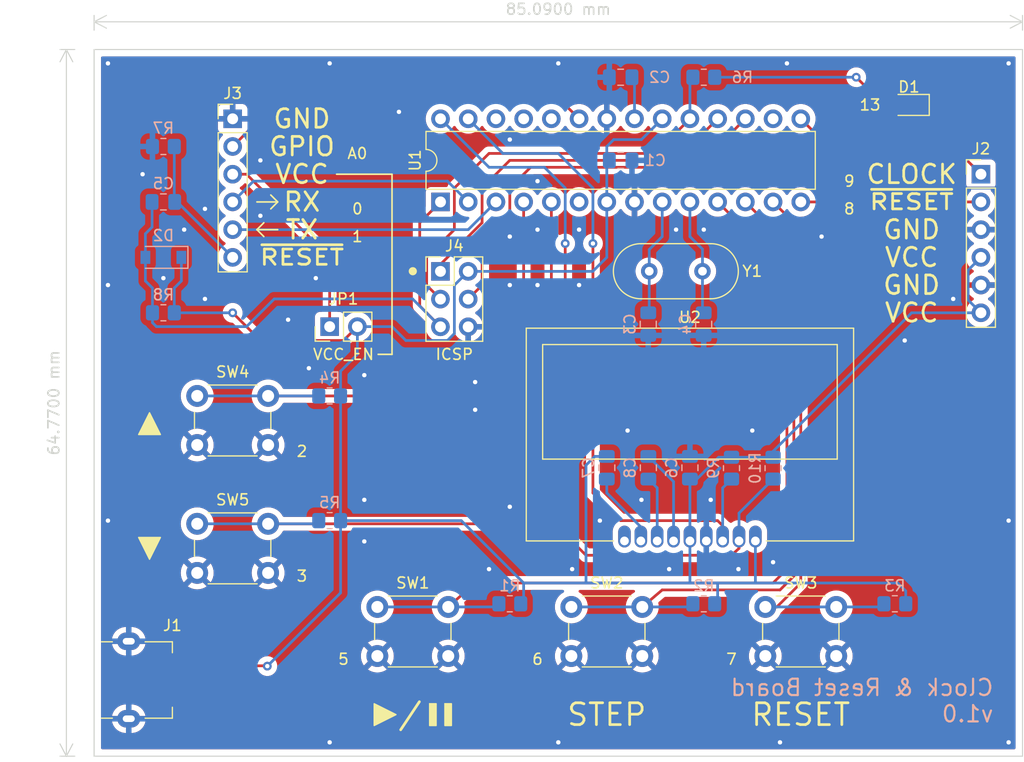
<source format=kicad_pcb>
(kicad_pcb (version 20211014) (generator pcbnew)
  (layers (0 "F.Cu" signal) (31 "B.Cu" signal) (34 "B.Paste" user) (35 "F.Paste" user) (36 "B.SilkS" user "B.Silkscreen") (37 "F.SilkS" user "F.Silkscreen") (38 "B.Mask" user) (39 "F.Mask" user) (44 "Edge.Cuts" user))
  (net 0 "")
  (net 1 "GND")
  (net 2 "VCC")
  (net 3 "Net-(C2-Pad1)")
  (net 4 "/xtal1")
  (net 5 "/xtal2")
  (net 6 "Net-(C5-Pad1)")
  (net 7 "/reset")
  (net 8 "Net-(C7-Pad2)")
  (net 9 "Net-(C8-Pad1)")
  (net 10 "Net-(C8-Pad2)")
  (net 11 "Net-(D1-Pad2)")
  (net 12 "/clk_out")
  (net 13 "/reset_out")
  (net 14 "/gpio")
  (net 15 "Net-(J3-Pad3)")
  (net 16 "/rx_in")
  (net 17 "/tx_out")
  (net 18 "/miso")
  (net 19 "/led")
  (net 20 "/mosi")
  (net 21 "/run")
  (net 22 "/step")
  (net 23 "/reset_btn")
  (net 24 "/up")
  (net 25 "/down")
  (net 26 "/sda")
  (net 27 "/scl")
  (footprint "Button_Switch_THT:SW_PUSH_6mm_H7.3mm" (layer "F.Cu") (at 136.6 104.83 180)
    (fp_text reference "SW4" (at 3.25 6.7) (layer "F.SilkS"))
    (fp_text value "white")
    (pad "1" thru_hole circle (at 0 0 270) (size 2 2) (drill 1.1) (layers *.Cu *.Mask) (net 1 "GND"))
    (pad "1" thru_hole circle (at 6.5 0 270) (size 2 2) (drill 1.1) (layers *.Cu *.Mask) (net 1 "GND"))
    (pad "2" thru_hole circle (at 6.5 4.5 270) (size 2 2) (drill 1.1) (layers *.Cu *.Mask) (net 24 "/up"))
    (pad "2" thru_hole circle (at 0 4.5 270) (size 2 2) (drill 1.1) (layers *.Cu *.Mask) (net 24 "/up"))
  )
  (footprint "Connector_PinHeader_2.54mm:PinHeader_2x03_P2.54mm_Vertical" (layer "F.Cu") (at 152.395 88.915)
    (fp_text reference "J4" (at 1.27 -2.33) (layer "F.SilkS"))
    (fp_text value "ICSP")
    (pad "1" thru_hole rect (at 0 0) (size 1.7 1.7) (drill 1) (layers *.Cu *.Mask) (net 18 "/miso"))
    (pad "2" thru_hole oval (at 2.54 0) (size 1.7 1.7) (drill 1) (layers *.Cu *.Mask) (net 2 "VCC"))
    (pad "3" thru_hole oval (at 0 2.54) (size 1.7 1.7) (drill 1) (layers *.Cu *.Mask) (net 19 "/led"))
    (pad "4" thru_hole oval (at 2.54 2.54) (size 1.7 1.7) (drill 1) (layers *.Cu *.Mask) (net 20 "/mosi"))
    (pad "5" thru_hole oval (at 0 5.08) (size 1.7 1.7) (drill 1) (layers *.Cu *.Mask) (net 7 "/reset"))
    (pad "6" thru_hole oval (at 2.54 5.08) (size 1.7 1.7) (drill 1) (layers *.Cu *.Mask) (net 1 "GND"))
  )
  (footprint "Button_Switch_THT:SW_PUSH_6mm_H7.3mm" (layer "F.Cu") (at 136.6 116.55 180)
    (fp_text reference "SW5" (at 3.25 6.7) (layer "F.SilkS"))
    (fp_text value "white")
    (pad "1" thru_hole circle (at 6.5 0 270) (size 2 2) (drill 1.1) (layers *.Cu *.Mask) (net 1 "GND"))
    (pad "1" thru_hole circle (at 0 0 270) (size 2 2) (drill 1.1) (layers *.Cu *.Mask) (net 1 "GND"))
    (pad "2" thru_hole circle (at 6.5 4.5 270) (size 2 2) (drill 1.1) (layers *.Cu *.Mask) (net 25 "/down"))
    (pad "2" thru_hole circle (at 0 4.5 270) (size 2 2) (drill 1.1) (layers *.Cu *.Mask) (net 25 "/down"))
  )
  (footprint "Crystal:Crystal_HC49-4H_Vertical" (layer "F.Cu") (at 171.53 88.9)
    (fp_text reference "Y1" (at 9.445 0) (layer "F.SilkS"))
    (fp_text value "16MHz")
    (pad "1" thru_hole circle (at 0 0) (size 1.5 1.5) (drill 0.8) (layers *.Cu *.Mask) (net 4 "/xtal1"))
    (pad "2" thru_hole circle (at 4.88 0) (size 1.5 1.5) (drill 0.8) (layers *.Cu *.Mask) (net 5 "/xtal2"))
  )
  (footprint "Connector_PinHeader_2.54mm:PinHeader_1x06_P2.54mm_Vertical" (layer "F.Cu") (at 201.93 80.01)
    (fp_text reference "J2" (at 0 -2.33) (layer "F.SilkS"))
    (fp_text value "signal_out")
    (pad "1" thru_hole rect (at 0 0) (size 1.7 1.7) (drill 1) (layers *.Cu *.Mask) (net 12 "/clk_out"))
    (pad "2" thru_hole oval (at 0 2.54) (size 1.7 1.7) (drill 1) (layers *.Cu *.Mask) (net 13 "/reset_out"))
    (pad "3" thru_hole oval (at 0 5.08) (size 1.7 1.7) (drill 1) (layers *.Cu *.Mask) (net 1 "GND"))
    (pad "4" thru_hole oval (at 0 7.62) (size 1.7 1.7) (drill 1) (layers *.Cu *.Mask) (net 2 "VCC"))
    (pad "5" thru_hole oval (at 0 10.16) (size 1.7 1.7) (drill 1) (layers *.Cu *.Mask) (net 1 "GND"))
    (pad "6" thru_hole oval (at 0 12.7) (size 1.7 1.7) (drill 1) (layers *.Cu *.Mask) (net 2 "VCC"))
  )
  (footprint "LED_SMD:LED_0805_2012Metric_Pad1.15x1.40mm_HandSolder" (layer "F.Cu") (at 195.335 73.66 180)
    (fp_text reference "D1" (at 0 1.65) (layer "F.SilkS"))
    (fp_text value "OSR50805C1C")
    (pad "1" smd roundrect (at -1.025 0 180) (size 1.15 1.4) (layers "F.Cu" "F.Paste" "F.Mask") (roundrect_rratio 0.2173913043) (net 1 "GND"))
    (pad "2" smd roundrect (at 1.025 0 180) (size 1.15 1.4) (layers "F.Cu" "F.Paste" "F.Mask") (roundrect_rratio 0.2173913043) (net 11 "Net-(D1-Pad2)"))
  )
  (footprint "PrjLibrary:Triangle" (layer "F.Cu") (at 147.32 129.54)
    (fp_text reference "REF**" hide)
    (fp_text value "Triangle" hide)
  )
  (footprint "Connector_PinHeader_2.54mm:PinHeader_1x06_P2.54mm_Vertical" (layer "F.Cu") (at 133.35 74.93)
    (fp_text reference "J3" (at 0 -2.33) (layer "F.SilkS"))
    (fp_text value "uart_conn")
    (pad "1" thru_hole rect (at 0 0) (size 1.7 1.7) (drill 1) (layers *.Cu *.Mask) (net 1 "GND"))
    (pad "2" thru_hole oval (at 0 2.54) (size 1.7 1.7) (drill 1) (layers *.Cu *.Mask) (net 14 "/gpio"))
    (pad "3" thru_hole oval (at 0 5.08) (size 1.7 1.7) (drill 1) (layers *.Cu *.Mask) (net 15 "Net-(J3-Pad3)"))
    (pad "4" thru_hole oval (at 0 7.62) (size 1.7 1.7) (drill 1) (layers *.Cu *.Mask) (net 16 "/rx_in"))
    (pad "5" thru_hole oval (at 0 10.16) (size 1.7 1.7) (drill 1) (layers *.Cu *.Mask) (net 17 "/tx_out"))
    (pad "6" thru_hole oval (at 0 12.7) (size 1.7 1.7) (drill 1) (layers *.Cu *.Mask) (net 6 "Net-(C5-Pad1)"))
  )
  (footprint "MyLibrary:AQM0802A-RN-GBW" (layer "F.Cu") (at 169.26 113.62)
    (fp_text reference "U2" (at 6 -20.5 unlocked) (layer "F.SilkS"))
    (fp_text value "AQM0802A")
    (pad "1" thru_hole oval (at 0 0) (size 1.15 2) (drill 0.8 (offset 0 -0.4)) (layers *.Cu *.Mask))
    (pad "2" thru_hole oval (at 1.5 0) (size 1.15 2) (drill 0.8 (offset 0 -0.4)) (layers *.Cu *.Mask) (net 8 "Net-(C7-Pad2)"))
    (pad "3" thru_hole oval (at 3 0) (size 1.15 2) (drill 0.8 (offset 0 -0.4)) (layers *.Cu *.Mask) (net 9 "Net-(C8-Pad1)"))
    (pad "4" thru_hole oval (at 4.5 0) (size 1.15 2) (drill 0.8 (offset 0 -0.4)) (layers *.Cu *.Mask) (net 10 "Net-(C8-Pad2)"))
    (pad "5" thru_hole oval (at 6 0) (size 1.15 2) (drill 0.8 (offset 0 -0.4)) (layers *.Cu *.Mask) (net 2 "VCC"))
    (pad "6" thru_hole oval (at 7.5 0) (size 1.15 2) (drill 0.8 (offset 0 -0.4)) (layers *.Cu *.Mask) (net 1 "GND"))
    (pad "7" thru_hole oval (at 9 0) (size 1.15 2) (drill 0.8 (offset 0 -0.4)) (layers *.Cu *.Mask) (net 26 "/sda"))
    (pad "8" thru_hole oval (at 10.5 0) (size 1.15 2) (drill 0.8 (offset 0 -0.4)) (layers *.Cu *.Mask) (net 27 "/scl"))
    (pad "9" thru_hole oval (at 12 0) (size 1.15 2) (drill 0.8 (offset 0 -0.4)) (layers *.Cu *.Mask) (net 2 "VCC"))
  )
  (footprint "Button_Switch_THT:SW_PUSH_6mm_H7.3mm" (layer "F.Cu") (at 188.67 124.17 180)
    (fp_text reference "SW3" (at 3.25 6.7) (layer "F.SilkS"))
    (fp_text value "red")
    (pad "1" thru_hole circle (at 0 0 270) (size 2 2) (drill 1.1) (layers *.Cu *.Mask) (net 1 "GND"))
    (pad "1" thru_hole circle (at 6.5 0 270) (size 2 2) (drill 1.1) (layers *.Cu *.Mask) (net 1 "GND"))
    (pad "2" thru_hole circle (at 6.5 4.5 270) (size 2 2) (drill 1.1) (layers *.Cu *.Mask) (net 23 "/reset_btn"))
    (pad "2" thru_hole circle (at 0 4.5 270) (size 2 2) (drill 1.1) (layers *.Cu *.Mask) (net 23 "/reset_btn"))
  )
  (footprint "MyLibrary:USB-MicroB-power" (layer "F.Cu") (at 123.825 126.365 -90)
    (fp_text reference "J1" (at -5 -4 unlocked) (layer "F.SilkS"))
    (fp_text value "USB-MicroB-power")
    (pad "1" smd rect (at -1.3 -5.9 270) (size 0.9 4.5) (layers "F.Cu" "F.Paste" "F.Mask") (net 2 "VCC"))
    (pad "5" smd rect (at 1.3 -5.9 270) (size 0.9 4.5) (layers "F.Cu" "F.Paste" "F.Mask") (net 1 "GND"))
    (pad "6" thru_hole oval (at 3.55 0 270) (size 1.6 2.1) (drill oval 0.6 1.1) (layers *.Cu *.Mask) (net 1 "GND"))
    (pad "6" thru_hole oval (at -3.55 0 270) (size 1.6 2.1) (drill oval 0.6 1.1) (layers *.Cu *.Mask) (net 1 "GND"))
  )
  (footprint "PrjLibrary:Triangle" (layer "F.Cu") (at 125.73 114.3 -90)
    (fp_text reference "REF**" hide)
    (fp_text value "Triangle" hide)
  )
  (footprint "ModifiedKiCadLibrary:DIP-28_W7.62mm-D1mm" (layer "F.Cu") (at 152.4 82.55 90)
    (fp_text reference "U1" (at 3.81 -2.33 90) (layer "F.SilkS"))
    (fp_text value "ATmega328P-P")
    (pad "1" thru_hole rect (at 0 0 90) (size 1.7 1.7) (drill 1) (layers *.Cu *.Mask) (net 7 "/reset"))
    (pad "2" thru_hole oval (at 0 2.54 90) (size 1.7 1.7) (drill 1) (layers *.Cu *.Mask) (net 16 "/rx_in"))
    (pad "3" thru_hole oval (at 0 5.08 90) (size 1.7 1.7) (drill 1) (layers *.Cu *.Mask) (net 17 "/tx_out"))
    (pad "4" thru_hole oval (at 0 7.62 90) (size 1.7 1.7) (drill 1) (layers *.Cu *.Mask) (net 24 "/up"))
    (pad "5" thru_hole oval (at 0 10.16 90) (size 1.7 1.7) (drill 1) (layers *.Cu *.Mask) (net 25 "/down"))
    (pad "6" thru_hole oval (at 0 12.7 90) (size 1.7 1.7) (drill 1) (layers *.Cu *.Mask))
    (pad "7" thru_hole oval (at 0 15.24 90) (size 1.7 1.7) (drill 1) (layers *.Cu *.Mask) (net 2 "VCC"))
    (pad "8" thru_hole oval (at 0 17.78 90) (size 1.7 1.7) (drill 1) (layers *.Cu *.Mask) (net 1 "GND"))
    (pad "9" thru_hole oval (at 0 20.32 90) (size 1.7 1.7) (drill 1) (layers *.Cu *.Mask) (net 4 "/xtal1"))
    (pad "10" thru_hole oval (at 0 22.86 90) (size 1.7 1.7) (drill 1) (layers *.Cu *.Mask) (net 5 "/xtal2"))
    (pad "11" thru_hole oval (at 0 25.4 90) (size 1.7 1.7) (drill 1) (layers *.Cu *.Mask) (net 21 "/run"))
    (pad "12" thru_hole oval (at 0 27.94 90) (size 1.7 1.7) (drill 1) (layers *.Cu *.Mask) (net 22 "/step"))
    (pad "13" thru_hole oval (at 0 30.48 90) (size 1.7 1.7) (drill 1) (layers *.Cu *.Mask) (net 23 "/reset_btn"))
    (pad "14" thru_hole oval (at 0 33.02 90) (size 1.7 1.7) (drill 1) (layers *.Cu *.Mask) (net 13 "/reset_out"))
    (pad "15" thru_hole oval (at 7.62 33.02 90) (size 1.7 1.7) (drill 1) (layers *.Cu *.Mask) (net 12 "/clk_out"))
    (pad "16" thru_hole oval (at 7.62 30.48 90) (size 1.7 1.7) (drill 1) (layers *.Cu *.Mask))
    (pad "17" thru_hole oval (at 7.62 27.94 90) (size 1.7 1.7) (drill 1) (layers *.Cu *.Mask) (net 20 "/mosi"))
    (pad "18" thru_hole oval (at 7.62 25.4 90) (size 1.7 1.7) (drill 1) (layers *.Cu *.Mask) (net 18 "/miso"))
    (pad "19" thru_hole oval (at 7.62 22.86 90) (size 1.7 1.7) (drill 1) (layers *.Cu *.Mask) (net 19 "/led"))
    (pad "20" thru_hole oval (at 7.62 20.32 90) (size 1.7 1.7) (drill 1) (layers *.Cu *.Mask) (net 2 "VCC"))
    (pad "21" thru_hole oval (at 7.62 17.78 90) (size 1.7 1.7) (drill 1) (layers *.Cu *.Mask) (net 3 "Net-(C2-Pad1)"))
    (pad "22" thru_hole oval (at 7.62 15.24 90) (size 1.7 1.7) (drill 1) (layers *.Cu *.Mask) (net 1 "GND"))
    (pad "23" thru_hole oval (at 7.62 12.7 90) (size 1.7 1.7) (drill 1) (layers *.Cu *.Mask) (net 14 "/gpio"))
    (pad "24" thru_hole oval (at 7.62 10.16 90) (size 1.7 1.7) (drill 1) (layers *.Cu *.Mask))
    (pad "25" thru_hole oval (at 7.62 7.62 90) (size 1.7 1.7) (drill 1) (layers *.Cu *.Mask))
    (pad "26" thru_hole oval (at 7.62 5.08 90) (size 1.7 1.7) (drill 1) (layers *.Cu *.Mask))
    (pad "27" thru_hole oval (at 7.62 2.54 90) (size 1.7 1.7) (drill 1) (layers *.Cu *.Mask) (net 26 "/sda"))
    (pad "28" thru_hole oval (at 7.62 0 90) (size 1.7 1.7) (drill 1) (layers *.Cu *.Mask) (net 27 "/scl"))
  )
  (footprint "Button_Switch_THT:SW_PUSH_6mm_H7.3mm" (layer "F.Cu") (at 170.89 124.17 180)
    (fp_text reference "SW2" (at 3.25 6.7) (layer "F.SilkS"))
    (fp_text value "yellow")
    (pad "1" thru_hole circle (at 0 0 270) (size 2 2) (drill 1.1) (layers *.Cu *.Mask) (net 1 "GND"))
    (pad "1" thru_hole circle (at 6.5 0 270) (size 2 2) (drill 1.1) (layers *.Cu *.Mask) (net 1 "GND"))
    (pad "2" thru_hole circle (at 0 4.5 270) (size 2 2) (drill 1.1) (layers *.Cu *.Mask) (net 22 "/step"))
    (pad "2" thru_hole circle (at 6.5 4.5 270) (size 2 2) (drill 1.1) (layers *.Cu *.Mask) (net 22 "/step"))
  )
  (footprint "PrjLibrary:Triangle" (layer "F.Cu") (at 125.73 102.87 90)
    (fp_text reference "REF**" hide)
    (fp_text value "Triangle" hide)
  )
  (footprint "Button_Switch_THT:SW_PUSH_6mm_H7.3mm" (layer "F.Cu") (at 153.11 124.17 180)
    (fp_text reference "SW1" (at 3.25 6.7) (layer "F.SilkS"))
    (fp_text value "green")
    (pad "1" thru_hole circle (at 0 0 270) (size 2 2) (drill 1.1) (layers *.Cu *.Mask) (net 1 "GND"))
    (pad "1" thru_hole circle (at 6.5 0 270) (size 2 2) (drill 1.1) (layers *.Cu *.Mask) (net 1 "GND"))
    (pad "2" thru_hole circle (at 0 4.5 270) (size 2 2) (drill 1.1) (layers *.Cu *.Mask) (net 21 "/run"))
    (pad "2" thru_hole circle (at 6.5 4.5 270) (size 2 2) (drill 1.1) (layers *.Cu *.Mask) (net 21 "/run"))
  )
  (footprint "PrjLibrary:Pause" (layer "F.Cu") (at 152.4 129.54)
    (fp_text reference "REF**" hide)
    (fp_text value "Pause" hide)
  )
  (footprint "Connector_PinHeader_2.54mm:PinHeader_1x02_P2.54mm_Vertical" (layer "F.Cu") (at 142.24 93.98 90)
    (fp_text reference "JP1" (at 2.54 1.27 180) (layer "F.SilkS"))
    (fp_text value "Jumper_2_Open")
    (pad "1" thru_hole rect (at 0 0 90) (size 1.7 1.7) (drill 1) (layers *.Cu *.Mask) (net 15 "Net-(J3-Pad3)"))
    (pad "2" thru_hole oval (at 0 2.54 90) (size 1.7 1.7) (drill 1) (layers *.Cu *.Mask) (net 2 "VCC"))
  )
  (footprint "Diode_SMD:D_SOD-123" (layer "B.Cu") (at 127 87.63 180)
    (fp_text reference "D2" (at 0 2) (layer "B.SilkS") (effects (justify mirror)))
    (fp_text value "1N4148W")
    (pad "1" smd rect (at -1.65 0 180) (size 0.9 1.2) (layers "B.Cu" "B.Paste" "B.Mask") (net 2 "VCC"))
    (pad "2" smd rect (at 1.65 0 180) (size 0.9 1.2) (layers "B.Cu" "B.Paste" "B.Mask") (net 7 "/reset"))
  )
  (footprint "Capacitor_SMD:C_0805_2012Metric_Pad1.18x1.45mm_HandSolder" (layer "B.Cu") (at 171.45 106.9125 90)
    (fp_text reference "C8" (at 0 -1.68 90) (layer "B.SilkS") (effects (justify mirror)))
    (fp_text value "1u")
    (pad "1" smd roundrect (at -1.0375 0 90) (size 1.175 1.45) (layers "B.Cu" "B.Paste" "B.Mask") (roundrect_rratio 0.2127659574) (net 9 "Net-(C8-Pad1)"))
    (pad "2" smd roundrect (at 1.0375 0 90) (size 1.175 1.45) (layers "B.Cu" "B.Paste" "B.Mask") (roundrect_rratio 0.2127659574) (net 10 "Net-(C8-Pad2)"))
  )
  (footprint "Resistor_SMD:R_0805_2012Metric_Pad1.20x1.40mm_HandSolder" (layer "B.Cu") (at 176.53 119.38 180)
    (fp_text reference "R2" (at 0 1.65) (layer "B.SilkS") (effects (justify mirror)))
    (fp_text value "10k")
    (pad "1" smd roundrect (at -1 0 180) (size 1.2 1.4) (layers "B.Cu" "B.Paste" "B.Mask") (roundrect_rratio 0.2083333333) (net 2 "VCC"))
    (pad "2" smd roundrect (at 1 0 180) (size 1.2 1.4) (layers "B.Cu" "B.Paste" "B.Mask") (roundrect_rratio 0.2083333333) (net 22 "/step"))
  )
  (footprint "Capacitor_SMD:C_0805_2012Metric_Pad1.18x1.45mm_HandSolder" (layer "B.Cu") (at 167.64 106.9125 -90)
    (fp_text reference "C7" (at 0 1.68 90) (layer "B.SilkS") (effects (justify mirror)))
    (fp_text value "1u")
    (pad "1" smd roundrect (at -1.0375 0 270) (size 1.175 1.45) (layers "B.Cu" "B.Paste" "B.Mask") (roundrect_rratio 0.2127659574) (net 2 "VCC"))
    (pad "2" smd roundrect (at 1.0375 0 270) (size 1.175 1.45) (layers "B.Cu" "B.Paste" "B.Mask") (roundrect_rratio 0.2127659574) (net 8 "Net-(C7-Pad2)"))
  )
  (footprint "Capacitor_SMD:C_0805_2012Metric_Pad1.18x1.45mm_HandSolder" (layer "B.Cu") (at 127 82.55 180)
    (fp_text reference "C5" (at 0 1.68) (layer "B.SilkS") (effects (justify mirror)))
    (fp_text value "0.1u")
    (pad "1" smd roundrect (at -1.0375 0 180) (size 1.175 1.45) (layers "B.Cu" "B.Paste" "B.Mask") (roundrect_rratio 0.2127659574) (net 6 "Net-(C5-Pad1)"))
    (pad "2" smd roundrect (at 1.0375 0 180) (size 1.175 1.45) (layers "B.Cu" "B.Paste" "B.Mask") (roundrect_rratio 0.2127659574) (net 7 "/reset"))
  )
  (footprint "Resistor_SMD:R_0805_2012Metric_Pad1.20x1.40mm_HandSolder" (layer "B.Cu") (at 158.75 119.38 180)
    (fp_text reference "R1" (at 0 1.65) (layer "B.SilkS") (effects (justify mirror)))
    (fp_text value "10k")
    (pad "1" smd roundrect (at -1 0 180) (size 1.2 1.4) (layers "B.Cu" "B.Paste" "B.Mask") (roundrect_rratio 0.2083333333) (net 2 "VCC"))
    (pad "2" smd roundrect (at 1 0 180) (size 1.2 1.4) (layers "B.Cu" "B.Paste" "B.Mask") (roundrect_rratio 0.2083333333) (net 21 "/run"))
  )
  (footprint "Capacitor_SMD:C_0805_2012Metric_Pad1.18x1.45mm_HandSolder" (layer "B.Cu") (at 168.91 71.12 180)
    (fp_text reference "C2" (at -3.5775 0) (layer "B.SilkS") (effects (justify mirror)))
    (fp_text value "0.1u")
    (pad "1" smd roundrect (at -1.0375 0 180) (size 1.175 1.45) (layers "B.Cu" "B.Paste" "B.Mask") (roundrect_rratio 0.2127659574) (net 3 "Net-(C2-Pad1)"))
    (pad "2" smd roundrect (at 1.0375 0 180) (size 1.175 1.45) (layers "B.Cu" "B.Paste" "B.Mask") (roundrect_rratio 0.2127659574) (net 1 "GND"))
  )
  (footprint "Resistor_SMD:R_0805_2012Metric_Pad1.20x1.40mm_HandSolder" (layer "B.Cu") (at 182.88 106.95 -90)
    (fp_text reference "R10" (at 0 1.65 90) (layer "B.SilkS") (effects (justify mirror)))
    (fp_text value "10k")
    (pad "1" smd roundrect (at -1 0 270) (size 1.2 1.4) (layers "B.Cu" "B.Paste" "B.Mask") (roundrect_rratio 0.2083333333) (net 2 "VCC"))
    (pad "2" smd roundrect (at 1 0 270) (size 1.2 1.4) (layers "B.Cu" "B.Paste" "B.Mask") (roundrect_rratio 0.2083333333) (net 27 "/scl"))
  )
  (footprint "Resistor_SMD:R_0805_2012Metric_Pad1.20x1.40mm_HandSolder" (layer "B.Cu") (at 179.07 106.95 -90)
    (fp_text reference "R9" (at 0 1.65 90) (layer "B.SilkS") (effects (justify mirror)))
    (fp_text value "10k")
    (pad "1" smd roundrect (at -1 0 270) (size 1.2 1.4) (layers "B.Cu" "B.Paste" "B.Mask") (roundrect_rratio 0.2083333333) (net 2 "VCC"))
    (pad "2" smd roundrect (at 1 0 270) (size 1.2 1.4) (layers "B.Cu" "B.Paste" "B.Mask") (roundrect_rratio 0.2083333333) (net 26 "/sda"))
  )
  (footprint "Capacitor_SMD:C_0805_2012Metric_Pad1.18x1.45mm_HandSolder" (layer "B.Cu") (at 168.91 78.74 180)
    (fp_text reference "C1" (at -3.175 0) (layer "B.SilkS") (effects (justify mirror)))
    (fp_text value "0.1u")
    (pad "1" smd roundrect (at -1.0375 0 180) (size 1.175 1.45) (layers "B.Cu" "B.Paste" "B.Mask") (roundrect_rratio 0.2127659574) (net 1 "GND"))
    (pad "2" smd roundrect (at 1.0375 0 180) (size 1.175 1.45) (layers "B.Cu" "B.Paste" "B.Mask") (roundrect_rratio 0.2127659574) (net 2 "VCC"))
  )
  (footprint "Resistor_SMD:R_0805_2012Metric_Pad1.20x1.40mm_HandSolder" (layer "B.Cu") (at 127 77.47 180)
    (fp_text reference "R7" (at 0 1.68 180) (layer "B.SilkS") (effects (justify mirror)))
    (fp_text value "10k")
    (pad "1" smd roundrect (at -1 0 180) (size 1.2 1.4) (layers "B.Cu" "B.Paste" "B.Mask") (roundrect_rratio 0.2083333333) (net 6 "Net-(C5-Pad1)"))
    (pad "2" smd roundrect (at 1 0 180) (size 1.2 1.4) (layers "B.Cu" "B.Paste" "B.Mask") (roundrect_rratio 0.2083333333) (net 1 "GND"))
  )
  (footprint "Resistor_SMD:R_0805_2012Metric_Pad1.20x1.40mm_HandSolder" (layer "B.Cu") (at 176.53 71.12)
    (fp_text reference "R6" (at 3.54 0) (layer "B.SilkS") (effects (justify mirror)))
    (fp_text value "3.9k")
    (pad "1" smd roundrect (at -1 0) (size 1.2 1.4) (layers "B.Cu" "B.Paste" "B.Mask") (roundrect_rratio 0.2083333333) (net 19 "/led"))
    (pad "2" smd roundrect (at 1 0) (size 1.2 1.4) (layers "B.Cu" "B.Paste" "B.Mask") (roundrect_rratio 0.2083333333) (net 11 "Net-(D1-Pad2)"))
  )
  (footprint "Capacitor_SMD:C_0805_2012Metric_Pad1.18x1.45mm_HandSolder" (layer "B.Cu") (at 171.44 93.7475 -90)
    (fp_text reference "C3" (at 0 1.68 90) (layer "B.SilkS") (effects (justify mirror)))
    (fp_text value "22p")
    (pad "1" smd roundrect (at -1.0375 0 270) (size 1.175 1.45) (layers "B.Cu" "B.Paste" "B.Mask") (roundrect_rratio 0.2127659574) (net 4 "/xtal1"))
    (pad "2" smd roundrect (at 1.0375 0 270) (size 1.175 1.45) (layers "B.Cu" "B.Paste" "B.Mask") (roundrect_rratio 0.2127659574) (net 1 "GND"))
  )
  (footprint "Resistor_SMD:R_0805_2012Metric_Pad1.20x1.40mm_HandSolder" (layer "B.Cu") (at 194.04 119.38 180)
    (fp_text reference "R3" (at 0 1.65) (layer "B.SilkS") (effects (justify mirror)))
    (fp_text value "10k")
    (pad "1" smd roundrect (at -1 0 180) (size 1.2 1.4) (layers "B.Cu" "B.Paste" "B.Mask") (roundrect_rratio 0.2083333333) (net 2 "VCC"))
    (pad "2" smd roundrect (at 1 0 180) (size 1.2 1.4) (layers "B.Cu" "B.Paste" "B.Mask") (roundrect_rratio 0.2083333333) (net 23 "/reset_btn"))
  )
  (footprint "Resistor_SMD:R_0805_2012Metric_Pad1.20x1.40mm_HandSolder" (layer "B.Cu") (at 142.24 100.33 180)
    (fp_text reference "R4" (at 0 1.65) (layer "B.SilkS") (effects (justify mirror)))
    (fp_text value "10k")
    (pad "1" smd roundrect (at -1 0 180) (size 1.2 1.4) (layers "B.Cu" "B.Paste" "B.Mask") (roundrect_rratio 0.2083333333) (net 2 "VCC"))
    (pad "2" smd roundrect (at 1 0 180) (size 1.2 1.4) (layers "B.Cu" "B.Paste" "B.Mask") (roundrect_rratio 0.2083333333) (net 24 "/up"))
  )
  (footprint "Capacitor_SMD:C_0805_2012Metric_Pad1.18x1.45mm_HandSolder" (layer "B.Cu") (at 176.52 93.7475 -90)
    (fp_text reference "C4" (at 0 1.68 90) (layer "B.SilkS") (effects (justify mirror)))
    (fp_text value "22p")
    (pad "1" smd roundrect (at -1.0375 0 270) (size 1.175 1.45) (layers "B.Cu" "B.Paste" "B.Mask") (roundrect_rratio 0.2127659574) (net 5 "/xtal2"))
    (pad "2" smd roundrect (at 1.0375 0 270) (size 1.175 1.45) (layers "B.Cu" "B.Paste" "B.Mask") (roundrect_rratio 0.2127659574) (net 1 "GND"))
  )
  (footprint "Capacitor_SMD:C_0805_2012Metric_Pad1.18x1.45mm_HandSolder" (layer "B.Cu") (at 175.26 106.9125 -90)
    (fp_text reference "C6" (at 0 1.68 90) (layer "B.SilkS") (effects (justify mirror)))
    (fp_text value "0.1u")
    (pad "1" smd roundrect (at -1.0375 0 270) (size 1.175 1.45) (layers "B.Cu" "B.Paste" "B.Mask") (roundrect_rratio 0.2127659574) (net 1 "GND"))
    (pad "2" smd roundrect (at 1.0375 0 270) (size 1.175 1.45) (layers "B.Cu" "B.Paste" "B.Mask") (roundrect_rratio 0.2127659574) (net 2 "VCC"))
  )
  (footprint "Resistor_SMD:R_0805_2012Metric_Pad1.20x1.40mm_HandSolder" (layer "B.Cu") (at 127 92.71 180)
    (fp_text reference "R8" (at 0 1.65) (layer "B.SilkS") (effects (justify mirror)))
    (fp_text value "10k")
    (pad "1" smd roundrect (at -1 0 180) (size 1.2 1.4) (layers "B.Cu" "B.Paste" "B.Mask") (roundrect_rratio 0.2083333333) (net 2 "VCC"))
    (pad "2" smd roundrect (at 1 0 180) (size 1.2 1.4) (layers "B.Cu" "B.Paste" "B.Mask") (roundrect_rratio 0.2083333333) (net 7 "/reset"))
  )
  (footprint "Resistor_SMD:R_0805_2012Metric_Pad1.20x1.40mm_HandSolder" (layer "B.Cu") (at 142.24 111.76 180)
    (fp_text reference "R5" (at 0 1.65) (layer "B.SilkS") (effects (justify mirror)))
    (fp_text value "10k")
    (pad "1" smd roundrect (at -1 0 180) (size 1.2 1.4) (layers "B.Cu" "B.Paste" "B.Mask") (roundrect_rratio 0.2083333333) (net 2 "VCC"))
    (pad "2" smd roundrect (at 1 0 180) (size 1.2 1.4) (layers "B.Cu" "B.Paste" "B.Mask") (roundrect_rratio 0.2083333333) (net 25 "/down"))
  )
  (gr_line (start 136.2075 85.725) (end 135.5725 85.09) (layer "F.SilkS") (width 0.15))
  (gr_line (start 147.955 96.52) (end 146.685 96.52) (layer "F.SilkS") (width 0.15))
  (gr_line (start 142.875 80.01) (end 147.955 80.01) (layer "F.SilkS") (width 0.15))
  (gr_line (start 137.4775 82.55) (end 136.8425 81.915) (layer "F.SilkS") (width 0.15))
  (gr_line (start 136.2075 84.455) (end 135.5725 85.09) (layer "F.SilkS") (width 0.15))
  (gr_line (start 137.4775 85.09) (end 135.5725 85.09) (layer "F.SilkS") (width 0.15))
  (gr_circle (center 149.86 88.9) (end 150.16 88.9) (layer "F.SilkS") (width 0.15) (fill solid))
  (gr_line (start 137.4775 82.55) (end 135.5725 82.55) (layer "F.SilkS") (width 0.15))
  (gr_line (start 137.4775 82.55) (end 136.8425 83.185) (layer "F.SilkS") (width 0.15))
  (gr_line (start 147.955 80.01) (end 147.955 96.52) (layer "F.SilkS") (width 0.15))
  (gr_line (start 205.74 68.58) (end 205.74 133.35) (layer "Edge.Cuts") (width 0.1))
  (gr_line (start 205.74 68.58) (end 120.65 68.58) (layer "Edge.Cuts") (width 0.1))
  (gr_line (start 205.74 133.35) (end 120.65 133.35) (layer "Edge.Cuts") (width 0.1))
  (gr_line (start 120.65 68.58) (end 120.65 133.35) (layer "Edge.Cuts") (width 0.1))
  (gr_text "Clock & Reset Board\nv1.0" (at 203.2 128.27) (layer "B.SilkS") (effects (font (size 1.5 1.5) (thickness 0.2)) (justify left mirror)))
  (gr_text "CLOCK" (at 195.58 80.01) (layer "F.SilkS") (effects (font (size 1.7 1.7) (thickness 0.25))))
  (gr_text "VCC" (at 195.58 87.63) (layer "F.SilkS") (effects (font (size 1.7 1.7) (thickness 0.25))))
  (gr_text "ICSP" (at 153.67 96.52) (layer "F.SilkS") (effects (font (size 1 1))))
  (gr_text "1" (at 144.78 85.725) (layer "F.SilkS") (effects (font (size 1 1))))
  (gr_text "RESET" (at 185.42 129.54) (layer "F.SilkS") (effects (font (size 2 2) (thickness 0.25))))
  (gr_text "VCC" (at 139.7 80.01) (layer "F.SilkS") (effects (font (size 1.7 1.7) (thickness 0.25))))
  (gr_text "A0" (at 144.78 78.105) (layer "F.SilkS") (effects (font (size 1 1))))
  (gr_text "3" (at 139.7 116.84) (layer "F.SilkS") (effects (font (size 1 1))))
  (gr_text "5" (at 143.51 124.46) (layer "F.SilkS") (effects (font (size 1 1))))
  (gr_text "STEP" (at 167.64 129.54) (layer "F.SilkS") (effects (font (size 2 2) (thickness 0.25))))
  (gr_text "13" (at 191.77 73.66) (layer "F.SilkS") (effects (font (size 1 1))))
  (gr_text "TX" (at 139.7 85.09) (layer "F.SilkS") (effects (font (size 1.7 1.7) (thickness 0.26))))
  (gr_text "7" (at 179.07 124.46) (layer "F.SilkS") (effects (font (size 1 1))))
  (gr_text "0" (at 144.78 83.185) (layer "F.SilkS") (effects (font (size 1 1))))
  (gr_text "2" (at 139.7 105.41) (layer "F.SilkS") (effects (font (size 1 1))))
  (gr_text "VCC" (at 195.58 92.71) (layer "F.SilkS") (effects (font (size 1.7 1.7) (thickness 0.25))))
  (gr_text "~{RESET}" (at 139.7 87.63) (layer "F.SilkS") (effects (font (size 1.4 1.7) (thickness 0.25))))
  (gr_text "~{RESET}" (at 195.58 82.55) (layer "F.SilkS") (effects (font (size 1.4 1.7) (thickness 0.25))))
  (gr_text "GPIO" (at 139.7 77.47) (layer "F.SilkS") (effects (font (size 1.7 1.7) (thickness 0.25))))
  (gr_text "9" (at 189.865 80.645) (layer "F.SilkS") (effects (font (size 1 1))))
  (gr_text "GND" (at 195.58 85.09) (layer "F.SilkS") (effects (font (size 1.7 1.7) (thickness 0.25))))
  (gr_text "GND" (at 195.58 90.17) (layer "F.SilkS") (effects (font (size 1.7 1.7) (thickness 0.25))))
  (gr_text "6" (at 161.29 124.46) (layer "F.SilkS") (effects (font (size 1 1))))
  (gr_text "VCC_EN" (at 143.51 96.52) (layer "F.SilkS") (effects (font (size 1 1))))
  (gr_text "8" (at 189.865 83.185) (layer "F.SilkS") (effects (font (size 1 1))))
  (gr_text "RX" (at 139.7 82.55) (layer "F.SilkS") (effects (font (size 1.7 1.7) (thickness 0.25))))
  (gr_text "/" (at 149.606 129.54) (layer "F.SilkS") (effects (font (size 2 2) (thickness 0.25))))
  (gr_text "GND" (at 139.7 74.93) (layer "F.SilkS") (effects (font (size 1.7 1.7) (thickness 0.25))))
  (dimension (type aligned) (layer "Edge.Cuts") (pts (xy 120.65 67.31) (xy 205.74 67.31)) (height -1.27) (gr_text "85.0900 mm" (at 163.195 64.89) (layer "Edge.Cuts") (effects (font (size 1 1) (thickness 0.15)))) (format (units 3) (units_format 1) (precision 4)) (style (thickness 0.1) (arrow_length 1.27) (text_position_mode 0) (extension_height 0.58642) (extension_offset 0.5) keep_text_aligned))
  (dimension (type aligned) (layer "Edge.Cuts") (pts (xy 119.38 68.58) (xy 119.38 133.35)) (height 1.27) (gr_text "64.7700 mm" (at 116.96 100.965 90) (layer "Edge.Cuts") (effects (font (size 1 1) (thickness 0.15)))) (format (units 3) (units_format 1) (precision 4)) (style (thickness 0.1) (arrow_length 1.27) (text_position_mode 0) (extension_height 0.58642) (extension_offset 0.5) keep_text_aligned))
  (segment (start 203.835 85.09) (end 203.835 81.28) (width 0.25) (layer "F.Cu") (net 1))
  (segment (start 201.93 85.09) (end 203.835 85.09) (width 0.25) (layer "F.Cu") (net 1))
  (segment (start 203.835 81.28) (end 200.025 81.28) (width 0.25) (layer "F.Cu") (net 1))
  (via (at 140.97 89.535) (size 0.8) (drill 0.4) (layers "F.Cu" "B.Cu") (net 1))
  (via (at 179.705 116.205) (size 0.8) (drill 0.4) (layers "F.Cu" "B.Cu") (net 1))
  (via (at 156.845 116.205) (size 0.8) (drill 0.4) (layers "F.Cu" "B.Cu") (net 1))
  (via (at 199.39 91.44) (size 0.8) (drill 0.4) (layers "F.Cu" "B.Cu") (net 1))
  (via (at 161.29 85.09) (size 0.8) (drill 0.4) (layers "F.Cu" "B.Cu") (net 1))
  (via (at 161.29 80.645) (size 0.8) (drill 0.4) (layers "F.Cu" "B.Cu") (net 1))
  (via (at 173.355 116.205) (size 0.8) (drill 0.4) (layers "F.Cu" "B.Cu") (net 1))
  (via (at 164.465 116.205) (size 0.8) (drill 0.4) (layers "F.Cu" "B.Cu") (net 1))
  (via (at 130.81 91.44) (size 0.8) (drill 0.4) (layers "F.Cu" "B.Cu") (net 1))
  (via (at 184.15 69.85) (size 0.8) (drill 0.4) (layers "F.Cu" "B.Cu") (net 1))
  (via (at 140.335 97.79) (size 0.8) (drill 0.4) (layers "F.Cu" "B.Cu") (net 1))
  (via (at 145.415 98.425) (size 0.8) (drill 0.4) (layers "F.Cu" "B.Cu") (net 1))
  (via (at 121.92 111.76) (size 0.8) (drill 0.4) (layers "F.Cu" "B.Cu") (net 1))
  (via (at 145.415 109.855) (size 0.8) (drill 0.4) (layers "F.Cu" "B.Cu") (net 1))
  (via (at 138.43 93.345) (size 0.8) (drill 0.4) (layers "F.Cu" "B.Cu") (net 1))
  (via (at 204.47 111.76) (size 0.8) (drill 0.4) (layers "F.Cu" "B.Cu") (net 1))
  (via (at 204.47 69.85) (size 0.8) (drill 0.4) (layers "F.Cu" "B.Cu") (net 1))
  (via (at 170.815 109.855) (size 0.8) (drill 0.4) (layers "F.Cu" "B.Cu") (net 1))
  (via (at 176.53 85.09) (size 0.8) (drill 0.4) (layers "F.Cu" "B.Cu") (net 1))
  (via (at 182.88 115.57) (size 0.8) (drill 0.4) (layers "F.Cu" "B.Cu") (net 1))
  (via (at 128.905 85.09) (size 0.8) (drill 0.4) (layers "F.Cu" "B.Cu") (net 1))
  (via (at 158.75 76.835) (size 0.8) (drill 0.4) (layers "F.Cu" "B.Cu") (net 1))
  (via (at 165.1 85.09) (size 0.8) (drill 0.4) (layers "F.Cu" "B.Cu") (net 1))
  (via (at 165.1 90.17) (size 0.8) (drill 0.4) (layers "F.Cu" "B.Cu") (net 1))
  (via (at 135.89 83.82) (size 0.8) (drill 0.4) (layers "F.Cu" "B.Cu") (net 1))
  (via (at 142.24 132.08) (size 0.8) (drill 0.4) (layers "F.Cu" "B.Cu") (net 1))
  (via (at 169.545 103.505) (size 0.8) (drill 0.4) (layers "F.Cu" "B.Cu") (net 1))
  (via (at 183.515 132.08) (size 0.8) (drill 0.4) (layers "F.Cu" "B.Cu") (net 1))
  (via (at 158.75 90.17) (size 0.8) (drill 0.4) (layers "F.Cu" "B.Cu") (net 1))
  (via (at 173.99 85.09) (size 0.8) (drill 0.4) (layers "F.Cu" "B.Cu") (net 1))
  (via (at 194.945 95.25) (size 0.8) (drill 0.4) (layers "F.Cu" "B.Cu") (net 1))
  (via (at 125.095 80.01) (size 0.8) (drill 0.4) (layers "F.Cu" "B.Cu") (net 1))
  (via (at 148.59 74.295) (size 0.8) (drill 0.4) (layers "F.Cu" "B.Cu") (net 1))
  (via (at 135.89 78.74) (size 0.8) (drill 0.4) (layers "F.Cu" "B.Cu") (net 1))
  (via (at 177.165 109.855) (size 0.8) (drill 0.4) (layers "F.Cu" "B.Cu") (net 1))
  (via (at 127 89.535) (size 0.8) (drill 0.4) (layers "F.Cu" "B.Cu") (net 1))
  (via (at 163.195 132.08) (size 0.8) (drill 0.4) (layers "F.Cu" "B.Cu") (net 1))
  (via (at 161.29 90.17) (size 0.8) (drill 0.4) (layers "F.Cu" "B.Cu") (net 1))
  (via (at 121.92 90.17) (size 0.8) (drill 0.4) (layers "F.Cu" "B.Cu") (net 1))
  (via (at 142.24 69.85) (size 0.8) (drill 0.4) (layers "F.Cu" "B.Cu") (net 1))
  (via (at 158.75 85.725) (size 0.8) (drill 0.4) (layers "F.Cu" "B.Cu") (net 1))
  (via (at 121.92 69.85) (size 0.8) (drill 0.4) (layers "F.Cu" "B.Cu") (net 1))
  (via (at 163.195 69.85) (size 0.8) (drill 0.4) (layers "F.Cu" "B.Cu") (net 1))
  (via (at 145.415 113.665) (size 0.8) (drill 0.4) (layers "F.Cu" "B.Cu") (net 1))
  (via (at 167.005 111.76) (size 0.8) (drill 0.4) (layers "F.Cu" "B.Cu") (net 1))
  (via (at 155.575 99.06) (size 0.8) (drill 0.4) (layers "F.Cu" "B.Cu") (net 1))
  (via (at 155.575 101.6) (size 0.8) (drill 0.4) (layers "F.Cu" "B.Cu") (net 1))
  (via (at 180.975 103.505) (size 0.8) (drill 0.4) (layers "F.Cu" "B.Cu") (net 1))
  (via (at 204.47 132.08) (size 0.8) (drill 0.4) (layers "F.Cu" "B.Cu") (net 1))
  (via (at 187.325 85.725) (size 0.8) (drill 0.4) (layers "F.Cu" "B.Cu") (net 1))
  (via (at 130.81 83.185) (size 0.8) (drill 0.4) (layers "F.Cu" "B.Cu") (net 1))
  (via (at 158.75 110.49) (size 0.8) (drill 0.4) (layers "F.Cu" "B.Cu") (net 1))
  (segment (start 203.835 85.09) (end 203.835 81.28) (width 0.25) (layer "B.Cu") (net 1))
  (segment (start 203.835 81.28) (end 200.025 81.28) (width 0.25) (layer "B.Cu") (net 1))
  (segment (start 201.93 85.09) (end 203.835 85.09) (width 0.25) (layer "B.Cu") (net 1))
  (segment (start 135.89 95.25) (end 143.51 95.25) (width 0.25) (layer "F.Cu") (net 2))
  (segment (start 136.525 125.095) (end 136.495 125.065) (width 0.25) (layer "F.Cu") (net 2))
  (segment (start 136.495 125.065) (end 129.725 125.065) (width 0.25) (layer "F.Cu") (net 2))
  (segment (start 133.35 92.71) (end 135.89 95.25) (width 0.25) (layer "F.Cu") (net 2))
  (segment (start 143.51 95.25) (end 144.78 93.98) (width 0.25) (layer "F.Cu") (net 2))
  (via (at 133.35 92.71) (size 0.8) (drill 0.4) (layers "F.Cu" "B.Cu") (net 2))
  (via (at 136.525 125.095) (size 0.8) (drill 0.4) (layers "F.Cu" "B.Cu") (net 2))
  (segment (start 195.04 119.38) (end 195.04 118.205) (width 0.25) (layer "B.Cu") (net 2))
  (segment (start 177.8 117.475) (end 177.8 119.11) (width 0.25) (layer "B.Cu") (net 2))
  (segment (start 200.755489 91.535489) (end 200.755489 88.804511) (width 0.25) (layer "B.Cu") (net 2))
  (segment (start 201.93 92.71) (end 200.755489 91.535489) (width 0.25) (layer "B.Cu") (net 2))
  (segment (start 143.24 111.76) (end 143.24 118.38) (width 0.25) (layer "B.Cu") (net 2))
  (segment (start 167.64 78.9725) (end 167.8725 78.74) (width 0.25) (layer "B.Cu") (net 2))
  (segment (start 153.67 94.615) (end 153.035 95.25) (width 0.25) (layer "B.Cu") (net 2))
  (segment (start 154.935 88.915) (end 166.355 88.915) (width 0.25) (layer "B.Cu") (net 2))
  (segment (start 170.815 76.835) (end 168.275 76.835) (width 0.25) (layer "B.Cu") (net 2))
  (segment (start 175.26 117.475) (end 165.735 117.475) (width 0.25) (layer "B.Cu") (net 2))
  (segment (start 182.88 105.41) (end 195.58 92.71) (width 0.25) (layer "B.Cu") (net 2))
  (segment (start 154.935 88.915) (end 153.67 90.18) (width 0.25) (layer "B.Cu") (net 2))
  (segment (start 128 90.44) (end 128 92.71) (width 0.25) (layer "B.Cu") (net 2))
  (segment (start 175.26 107.95) (end 175.895 107.95) (width 0.25) (layer "B.Cu") (net 2))
  (segment (start 182.88 105.95) (end 182.88 105.41) (width 0.25) (layer "B.Cu") (net 2))
  (segment (start 143.24 100.33) (end 143.24 98.06) (width 0.25) (layer "B.Cu") (net 2))
  (segment (start 195.04 118.205) (end 194.31 117.475) (width 0.25) (layer "B.Cu") (net 2))
  (segment (start 128.65 89.79) (end 128 90.44) (width 0.25) (layer "B.Cu") (net 2))
  (segment (start 168.275 76.835) (end 167.64 77.47) (width 0.25) (layer "B.Cu") (net 2))
  (segment (start 154.305 111.76) (end 160.02 117.475) (width 0.25) (layer "B.Cu") (net 2))
  (segment (start 177.895 105.95) (end 179.07 105.95) (width 0.25) (layer "B.Cu") (net 2))
  (segment (start 167.64 78.5075) (end 167.8725 78.74) (width 0.25) (layer "B.Cu") (net 2))
  (segment (start 167.64 82.55) (end 167.64 78.9725) (width 0.25) (layer "B.Cu") (net 2))
  (segment (start 179.07 105.95) (end 182.88 105.95) (width 0.25) (layer "B.Cu") (net 2))
  (segment (start 167.64 87.63) (end 167.64 82.55) (width 0.25) (layer "B.Cu") (net 2))
  (segment (start 175.26 117.475) (end 177.8 117.475) (width 0.25) (layer "B.Cu") (net 2))
  (segment (start 175.26 113.62) (end 175.26 117.475) (width 0.25) (layer "B.Cu") (net 2))
  (segment (start 195.58 92.71) (end 201.93 92.71) (width 0.25) (layer "B.Cu") (net 2))
  (segment (start 181.26 117.475) (end 181.26 113.62) (width 0.25) (layer "B.Cu") (net 2))
  (segment (start 166.54 105.875) (end 165.735 106.68) (width 0.25) (layer "B.Cu") (net 2))
  (segment (start 143.24 118.38) (end 136.525 125.095) (width 0.25) (layer "B.Cu") (net 2))
  (segment (start 167.64 77.47) (end 167.64 78.5075) (width 0.25) (layer "B.Cu") (net 2))
  (segment (start 175.895 107.95) (end 177.895 105.95) (width 0.25) (layer "B.Cu") (net 2))
  (segment (start 194.31 117.475) (end 177.8 117.475) (width 0.25) (layer "B.Cu") (net 2))
  (segment (start 144.78 96.52) (end 144.78 93.98) (width 0.25) (layer "B.Cu") (net 2))
  (segment (start 143.24 98.06) (end 144.78 96.52) (width 0.25) (layer "B.Cu") (net 2))
  (segment (start 200.755489 88.804511) (end 201.93 87.63) (width 0.25) (layer "B.Cu") (net 2))
  (segment (start 160.02 119.11) (end 159.75 119.38) (width 0.25) (layer "B.Cu") (net 2))
  (segment (start 153.035 95.25) (end 149.225 95.25) (width 0.25) (layer "B.Cu") (net 2))
  (segment (start 167.64 105.875) (end 166.54 105.875) (width 0.25) (layer "B.Cu") (net 2))
  (segment (start 165.735 106.68) (end 165.735 117.475) (width 0.25) (layer "B.Cu") (net 2))
  (segment (start 177.8 119.11) (end 177.53 119.38) (width 0.25) (layer "B.Cu") (net 2))
  (segment (start 147.955 93.98) (end 144.78 93.98) (width 0.25) (layer "B.Cu") (net 2))
  (segment (start 128.65 87.63) (end 128.65 89.79) (width 0.25) (layer "B.Cu") (net 2))
  (segment (start 143.24 111.76) (end 154.305 111.76) (width 0.25) (layer "B.Cu") (net 2))
  (segment (start 143.24 100.33) (end 143.24 111.76) (width 0.25) (layer "B.Cu") (net 2))
  (segment (start 172.72 74.93) (end 170.815 76.835) (width 0.25) (layer "B.Cu") (net 2))
  (segment (start 165.735 117.475) (end 160.02 117.475) (width 0.25) (layer "B.Cu") (net 2))
  (segment (start 128 92.71) (end 133.35 92.71) (width 0.25) (layer "B.Cu") (net 2))
  (segment (start 149.225 95.25) (end 147.955 93.98) (width 0.25) (layer "B.Cu") (net 2))
  (segment (start 166.355 88.915) (end 167.64 87.63) (width 0.25) (layer "B.Cu") (net 2))
  (segment (start 153.67 90.18) (end 153.67 94.615) (width 0.25) (layer "B.Cu") (net 2))
  (segment (start 160.02 117.475) (end 160.02 119.11) (width 0.25) (layer "B.Cu") (net 2))
  (segment (start 175.26 107.95) (end 175.26 113.62) (width 0.25) (layer "B.Cu") (net 2))
  (segment (start 170.18 74.93) (end 170.18 71.3525) (width 0.25) (layer "B.Cu") (net 3))
  (segment (start 170.18 71.3525) (end 169.9475 71.12) (width 0.25) (layer "B.Cu") (net 3))
  (segment (start 171.53 86.915) (end 172.72 85.725) (width 0.25) (layer "B.Cu") (net 4))
  (segment (start 171.44 92.71) (end 171.53 92.62) (width 0.25) (layer "B.Cu") (net 4))
  (segment (start 171.53 88.9) (end 171.53 86.915) (width 0.25) (layer "B.Cu") (net 4))
  (segment (start 172.72 85.725) (end 172.72 82.55) (width 0.25) (layer "B.Cu") (net 4))
  (segment (start 171.53 92.62) (end 171.53 88.9) (width 0.25) (layer "B.Cu") (net 4))
  (segment (start 176.52 92.71) (end 176.41 92.6) (width 0.25) (layer "B.Cu") (net 5))
  (segment (start 175.26 85.725) (end 175.26 82.55) (width 0.25) (layer "B.Cu") (net 5))
  (segment (start 176.41 88.9) (end 176.41 86.875) (width 0.25) (layer "B.Cu") (net 5))
  (segment (start 176.41 86.875) (end 175.26 85.725) (width 0.25) (layer "B.Cu") (net 5))
  (segment (start 176.41 92.6) (end 176.41 88.9) (width 0.25) (layer "B.Cu") (net 5))
  (segment (start 128.27 82.55) (end 128.0375 82.55) (width 0.25) (layer "B.Cu") (net 6))
  (segment (start 128 82.5125) (end 128.0375 82.55) (width 0.25) (layer "B.Cu") (net 6))
  (segment (start 133.35 87.63) (end 128.27 82.55) (width 0.25) (layer "B.Cu") (net 6))
  (segment (start 128 77.47) (end 128 82.5125) (width 0.25) (layer "B.Cu") (net 6))
  (segment (start 150.495 92.075) (end 150.495 84.455) (width 0.25) (layer "F.Cu") (net 7))
  (segment (start 150.495 84.455) (end 152.4 82.55) (width 0.25) (layer "F.Cu") (net 7))
  (segment (start 152.395 93.995) (end 150.495 92.075) (width 0.25) (layer "F.Cu") (net 7))
  (segment (start 126 90.44) (end 125.35 89.79) (width 0.25) (layer "B.Cu") (net 7))
  (segment (start 149.84 91.44) (end 152.395 93.995) (width 0.25) (layer "B.Cu") (net 7))
  (segment (start 126 92.71) (end 126 93.615) (width 0.25) (layer "B.Cu") (net 7))
  (segment (start 126 92.71) (end 126 90.44) (width 0.25) (layer "B.Cu") (net 7))
  (segment (start 126.365 93.98) (end 134.62 93.98) (width 0.25) (layer "B.Cu") (net 7))
  (segment (start 125.35 85.47) (end 125.35 87.63) (width 0.25) (layer "B.Cu") (net 7))
  (segment (start 125.9625 84.8575) (end 125.35 85.47) (width 0.25) (layer "B.Cu") (net 7))
  (segment (start 126 93.615) (end 126.365 93.98) (width 0.25) (layer "B.Cu") (net 7))
  (segment (start 125.9625 82.55) (end 125.9625 84.8575) (width 0.25) (layer "B.Cu") (net 7))
  (segment (start 134.62 93.98) (end 137.16 91.44) (width 0.25) (layer "B.Cu") (net 7))
  (segment (start 125.35 89.79) (end 125.35 87.63) (width 0.25) (layer "B.Cu") (net 7))
  (segment (start 137.16 91.44) (end 149.84 91.44) (width 0.25) (layer "B.Cu") (net 7))
  (segment (start 170.76 112.34) (end 167.64 109.22) (width 0.25) (layer "B.Cu") (net 8))
  (segment (start 167.64 109.22) (end 167.64 107.95) (width 0.25) (layer "B.Cu") (net 8))
  (segment (start 170.76 113.62) (end 170.76 112.34) (width 0.25) (layer "B.Cu") (net 8))
  (segment (start 172.26 113.62) (end 172.26 108.76) (width 0.25) (layer "B.Cu") (net 9))
  (segment (start 172.26 108.76) (end 171.45 107.95) (width 0.25) (layer "B.Cu") (net 9))
  (segment (start 173.76 113.62) (end 173.76 108.185) (width 0.25) (layer "B.Cu") (net 10))
  (segment (start 173.76 108.185) (end 171.45 105.875) (width 0.25) (layer "B.Cu") (net 10))
  (segment (start 193.04 73.66) (end 194.31 73.66) (width 0.25) (layer "F.Cu") (net 11))
  (segment (start 190.5 71.12) (end 193.04 73.66) (width 0.25) (layer "F.Cu") (net 11))
  (via (at 190.5 71.12) (size 0.8) (drill 0.4) (layers "F.Cu" "B.Cu") (net 11))
  (segment (start 177.53 71.12) (end 190.5 71.12) (width 0.25) (layer "B.Cu") (net 11))
  (segment (start 187.96 77.47) (end 199.39 77.47) (width 0.25) (layer "F.Cu") (net 12))
  (segment (start 199.39 77.47) (end 201.93 80.01) (width 0.25) (layer "F.Cu") (net 12))
  (segment (start 185.42 74.93) (end 187.96 77.47) (width 0.25) (layer "F.Cu") (net 12))
  (segment (start 185.42 82.55) (end 201.93 82.55) (width 0.25) (layer "F.Cu") (net 13))
  (segment (start 163.195 73.025) (end 165.1 74.93) (width 0.25) (layer "F.Cu") (net 14))
  (segment (start 137.795 73.025) (end 163.195 73.025) (width 0.25) (layer "F.Cu") (net 14))
  (segment (start 133.35 77.47) (end 137.795 73.025) (width 0.25) (layer "F.Cu") (net 14))
  (segment (start 142.24 88.9) (end 142.24 93.98) (width 0.25) (layer "F.Cu") (net 15))
  (segment (start 142.24 87.63) (end 142.24 88.9) (width 0.25) (layer "F.Cu") (net 15))
  (segment (start 134.62 80.01) (end 142.24 87.63) (width 0.25) (layer "F.Cu") (net 15))
  (segment (start 133.35 80.01) (end 134.62 80.01) (width 0.25) (layer "F.Cu") (net 15))
  (segment (start 133.35 82.55) (end 135.255 80.645) (width 0.25) (layer "B.Cu") (net 16))
  (segment (start 153.035 80.645) (end 154.94 82.55) (width 0.25) (layer "B.Cu") (net 16))
  (segment (start 135.255 80.645) (end 153.035 80.645) (width 0.25) (layer "B.Cu") (net 16))
  (segment (start 133.35 85.09) (end 154.94 85.09) (width 0.25) (layer "B.Cu") (net 17))
  (segment (start 154.94 85.09) (end 157.48 82.55) (width 0.25) (layer "B.Cu") (net 17))
  (segment (start 156.21 84.455) (end 156.21 81.28) (width 0.25) (layer "F.Cu") (net 18))
  (segment (start 158.75 78.74) (end 173.99 78.74) (width 0.25) (layer "F.Cu") (net 18))
  (segment (start 173.99 78.74) (end 177.8 74.93) (width 0.25) (layer "F.Cu") (net 18))
  (segment (start 152.395 88.27) (end 156.21 84.455) (width 0.25) (layer "F.Cu") (net 18))
  (segment (start 156.21 81.28) (end 158.75 78.74) (width 0.25) (layer "F.Cu") (net 18))
  (segment (start 152.395 88.915) (end 152.395 88.27) (width 0.25) (layer "F.Cu") (net 18))
  (segment (start 153.67 81.28) (end 156.845 78.105) (width 0.25) (layer "F.Cu") (net 19))
  (segment (start 152.395 91.455) (end 151.13 90.19) (width 0.25) (layer "F.Cu") (net 19))
  (segment (start 153.67 85.09) (end 153.67 81.28) (width 0.25) (layer "F.Cu") (net 19))
  (segment (start 156.845 78.105) (end 172.085 78.105) (width 0.25) (layer "F.Cu") (net 19))
  (segment (start 151.13 87.63) (end 153.67 85.09) (width 0.25) (layer "F.Cu") (net 19))
  (segment (start 172.085 78.105) (end 175.26 74.93) (width 0.25) (layer "F.Cu") (net 19))
  (segment (start 151.13 90.19) (end 151.13 87.63) (width 0.25) (layer "F.Cu") (net 19))
  (segment (start 175.26 74.93) (end 175.26 71.39) (width 0.25) (layer "B.Cu") (net 19))
  (segment (start 175.26 71.39) (end 175.53 71.12) (width 0.25) (layer "B.Cu") (net 19))
  (segment (start 156.215 86.355) (end 158.75 83.82) (width 0.25) (layer "F.Cu") (net 20))
  (segment (start 154.935 91.455) (end 156.215 90.175) (width 0.25) (layer "F.Cu") (net 20))
  (segment (start 158.75 81.28) (end 160.655 79.375) (width 0.25) (layer "F.Cu") (net 20))
  (segment (start 160.655 79.375) (end 175.895 79.375) (width 0.25) (layer "F.Cu") (net 20))
  (segment (start 156.215 90.175) (end 156.215 86.355) (width 0.25) (layer "F.Cu") (net 20))
  (segment (start 175.895 79.375) (end 180.34 74.93) (width 0.25) (layer "F.Cu") (net 20))
  (segment (start 158.75 83.82) (end 158.75 81.28) (width 0.25) (layer "F.Cu") (net 20))
  (segment (start 184.15 116.205) (end 182.88 117.475) (width 0.25) (layer "F.Cu") (net 21))
  (segment (start 184.15 88.9) (end 184.15 116.205) (width 0.25) (layer "F.Cu") (net 21))
  (segment (start 182.88 117.475) (end 155.575 117.475) (width 0.25) (layer "F.Cu") (net 21))
  (segment (start 155.575 117.475) (end 153.11 119.67) (width 0.25) (layer "F.Cu") (net 21))
  (segment (start 177.8 82.55) (end 184.15 88.9) (width 0.25) (layer "F.Cu") (net 21))
  (segment (start 157.46 119.67) (end 157.75 119.38) (width 0.25) (layer "B.Cu") (net 21))
  (segment (start 146.61 119.67) (end 157.46 119.67) (width 0.25) (layer "B.Cu") (net 21))
  (segment (start 184.785 116.84) (end 183.515 118.11) (width 0.25) (layer "F.Cu") (net 22))
  (segment (start 180.34 82.55) (end 184.785 86.995) (width 0.25) (layer "F.Cu") (net 22))
  (segment (start 172.72 118.11) (end 170.89 119.67) (width 0.25) (layer "F.Cu") (net 22))
  (segment (start 184.785 86.995) (end 184.785 116.84) (width 0.25) (layer "F.Cu") (net 22))
  (segment (start 183.515 118.11) (end 172.72 118.11) (width 0.25) (layer "F.Cu") (net 22))
  (segment (start 164.39 119.67) (end 175.24 119.67) (width 0.25) (layer "B.Cu") (net 22))
  (segment (start 175.24 119.67) (end 175.53 119.38) (width 0.25) (layer "B.Cu") (net 22))
  (segment (start 182.88 82.55) (end 185.42 85.09) (width 0.25) (layer "F.Cu") (net 23))
  (segment (start 185.42 117.475) (end 183.225 119.67) (width 0.25) (layer "F.Cu") (net 23))
  (segment (start 183.225 119.67) (end 182.17 119.67) (width 0.25) (layer "F.Cu") (net 23))
  (segment (start 185.42 85.09) (end 185.42 117.475) (width 0.25) (layer "F.Cu") (net 23))
  (segment (start 192.75 119.67) (end 193.04 119.38) (width 0.25) (layer "B.Cu") (net 23))
  (segment (start 182.17 119.67) (end 192.75 119.67) (width 0.25) (layer "B.Cu") (net 23))
  (segment (start 160.02 82.55) (end 160.02 96.52) (width 0.25) (layer "F.Cu") (net 24))
  (segment (start 160.02 96.52) (end 156.21 100.33) (width 0.25) (layer "F.Cu") (net 24))
  (segment (start 156.21 100.33) (end 136.6 100.33) (width 0.25) (layer "F.Cu") (net 24))
  (segment (start 130.1 100.33) (end 141.24 100.33) (width 0.25) (layer "B.Cu") (net 24))
  (segment (start 136.6 112.05) (end 159.095 112.05) (width 0.25) (layer "F.Cu") (net 25))
  (segment (start 162.56 108.585) (end 162.56 82.55) (width 0.25) (layer "F.Cu") (net 25))
  (segment (start 159.095 112.05) (end 162.56 108.585) (width 0.25) (layer "F.Cu") (net 25))
  (segment (start 130.1 112.05) (end 140.95 112.05) (width 0.25) (layer "B.Cu") (net 25))
  (segment (start 140.95 112.05) (end 141.24 111.76) (width 0.25) (layer "B.Cu") (net 25))
  (segment (start 168.91 111.76) (end 177.8 111.76) (width 0.25) (layer "F.Cu") (net 26))
  (segment (start 178.26 112.22) (end 178.26 113.62) (width 0.25) (layer "F.Cu") (net 26))
  (segment (start 177.8 111.76) (end 178.26 112.22) (width 0.25) (layer "F.Cu") (net 26))
  (segment (start 166.37 109.22) (end 168.91 111.76) (width 0.25) (layer "F.Cu") (net 26))
  (segment (start 166.37 86.36) (end 166.37 109.22) (width 0.25) (layer "F.Cu") (net 26))
  (via (at 166.37 86.36) (size 0.8) (drill 0.4) (layers "F.Cu" "B.Cu") (net 26))
  (segment (start 178.26 113.62) (end 178.26 108.76) (width 0.25) (layer "B.Cu") (net 26))
  (segment (start 166.37 86.36) (end 166.37 81.28) (width 0.25) (layer "B.Cu") (net 26))
  (segment (start 158.115 78.105) (end 154.94 74.93) (width 0.25) (layer "B.Cu") (net 26))
  (segment (start 178.26 108.76) (end 179.07 107.95) (width 0.25) (layer "B.Cu") (net 26))
  (segment (start 166.37 81.28) (end 163.195 78.105) (width 0.25) (layer "B.Cu") (net 26))
  (segment (start 163.195 78.105) (end 158.115 78.105) (width 0.25) (layer "B.Cu") (net 26))
  (segment (start 163.83 86.36) (end 163.83 113.03) (width 0.25) (layer "F.Cu") (net 27))
  (segment (start 179.76 114.3) (end 179.76 113.62) (width 0.25) (layer "F.Cu") (net 27))
  (segment (start 165.735 114.935) (end 179.07 114.935) (width 0.25) (layer "F.Cu") (net 27))
  (segment (start 163.83 113.03) (end 165.735 114.935) (width 0.25) (layer "F.Cu") (net 27))
  (segment (start 179.07 114.935) (end 179.76 114.3) (width 0.25) (layer "F.Cu") (net 27))
  (via (at 163.83 86.36) (size 0.8) (drill 0.4) (layers "F.Cu" "B.Cu") (net 27))
  (segment (start 163.83 81.28) (end 161.925 79.375) (width 0.25) (layer "B.Cu") (net 27))
  (segment (start 163.83 86.36) (end 163.83 81.28) (width 0.25) (layer "B.Cu") (net 27))
  (segment (start 161.925 79.375) (end 156.845 79.375) (width 0.25) (layer "B.Cu") (net 27))
  (segment (start 179.76 111.07) (end 182.88 107.95) (width 0.25) (layer "B.Cu") (net 27))
  (segment (start 156.845 79.375) (end 152.4 74.93) (width 0.25) (layer "B.Cu") (net 27))
  (segment (start 179.76 113.62) (end 179.76 111.07) (width 0.25) (layer "B.Cu") (net 27))
  (zone (net 1) (net_name "GND") (layers F&B.Cu) (connect_pads (clearance 0.508)) (min_thickness 0.254) (fill yes (thermal_gap 0.508) (thermal_bridge_width 0.508))
    (polygon (pts (xy 205.105 132.715) (xy 121.285 132.715) (xy 121.285 69.215) (xy 205.105 69.215)))
  )
)
</source>
